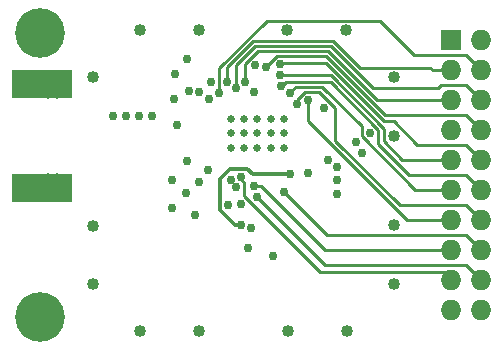
<source format=gbl>
G04 #@! TF.GenerationSoftware,KiCad,Pcbnew,(2017-01-24 revision 0b6147e)-makepkg*
G04 #@! TF.CreationDate,2018-02-06T10:22:29-08:00*
G04 #@! TF.ProjectId,sx1238RfModule,73783132333852664D6F64756C652E6B,rev?*
G04 #@! TF.FileFunction,Copper,L4,Bot,Signal*
G04 #@! TF.FilePolarity,Positive*
%FSLAX46Y46*%
G04 Gerber Fmt 4.6, Leading zero omitted, Abs format (unit mm)*
G04 Created by KiCad (PCBNEW (2017-01-24 revision 0b6147e)-makepkg) date 02/06/18 10:22:29*
%MOMM*%
%LPD*%
G01*
G04 APERTURE LIST*
%ADD10C,0.100000*%
%ADD11C,0.635000*%
%ADD12R,5.080000X2.415000*%
%ADD13C,4.200000*%
%ADD14O,1.727200X1.727200*%
%ADD15R,1.727200X1.727200*%
%ADD16C,0.762000*%
%ADD17C,1.016000*%
%ADD18C,0.304800*%
%ADD19C,0.254000*%
G04 APERTURE END LIST*
D10*
D11*
X112260000Y-94101000D03*
X111130000Y-94101000D03*
X110000000Y-94101000D03*
X108870000Y-94101000D03*
X112260000Y-92885000D03*
X111130000Y-92885000D03*
X110000000Y-92885000D03*
X108870000Y-92885000D03*
X107740000Y-92885000D03*
X107740000Y-94101000D03*
X112260000Y-95317000D03*
X111130000Y-95317000D03*
X110000000Y-95317000D03*
X108870000Y-95317000D03*
X107740000Y-95317000D03*
D12*
X91760000Y-89967500D03*
X91760000Y-98732500D03*
D11*
X92310000Y-89967500D03*
X93060000Y-89967500D03*
X92310000Y-89100000D03*
X93060000Y-89100000D03*
X93060000Y-90850000D03*
X92260000Y-90850000D03*
X93060000Y-99600000D03*
X92310000Y-97850000D03*
X93060000Y-97850000D03*
X93060000Y-98717500D03*
X92310000Y-98717500D03*
X92260000Y-99600000D03*
X90480000Y-86690000D03*
X92680000Y-86690000D03*
X92680000Y-84490000D03*
X90380000Y-84490000D03*
X89980000Y-85590000D03*
X91580000Y-87290000D03*
X93180000Y-85590000D03*
X91580000Y-83990000D03*
D13*
X91580000Y-85590000D03*
D11*
X90480000Y-110750000D03*
X92680000Y-110750000D03*
X92680000Y-108550000D03*
X90380000Y-108550000D03*
X89980000Y-109650000D03*
X91580000Y-111350000D03*
X93180000Y-109650000D03*
X91580000Y-108050000D03*
D13*
X91580000Y-109650000D03*
D14*
X128920000Y-109050000D03*
X126380000Y-109050000D03*
X128920000Y-106510000D03*
X126380000Y-106510000D03*
X128920000Y-103970000D03*
X126380000Y-103970000D03*
X128920000Y-101430000D03*
X126380000Y-101430000D03*
X128920000Y-98890000D03*
X126380000Y-98890000D03*
X128920000Y-96350000D03*
X126380000Y-96350000D03*
X128920000Y-93810000D03*
X126380000Y-93810000D03*
X128920000Y-91270000D03*
X126380000Y-91270000D03*
X128920000Y-88730000D03*
X126380000Y-88730000D03*
X128920000Y-86190000D03*
D15*
X126380000Y-86190000D03*
D16*
X108650000Y-100130000D03*
X107530000Y-100140000D03*
X118350000Y-94830000D03*
X115640000Y-92000000D03*
X109460000Y-102160000D03*
X109760000Y-88360000D03*
X104040000Y-87790000D03*
X103010000Y-89060000D03*
X102960000Y-91180000D03*
D17*
X96070000Y-101920000D03*
X96060000Y-106890000D03*
X100070000Y-110860000D03*
X105090000Y-110860000D03*
X112600000Y-110860000D03*
X117570000Y-110860000D03*
X117530000Y-85360000D03*
X112530000Y-85360000D03*
X96070000Y-89380000D03*
X105040000Y-85360000D03*
X100080000Y-85360000D03*
X121570000Y-106860000D03*
X121570000Y-101870000D03*
X121570000Y-94340000D03*
X121570000Y-89380000D03*
D16*
X97800000Y-92650000D03*
X98900000Y-92650000D03*
X100000000Y-92650000D03*
X101110000Y-92650000D03*
X103230000Y-93400000D03*
X116760000Y-99240000D03*
X116770000Y-98100000D03*
X116770000Y-96940000D03*
X115990000Y-96390000D03*
X118850000Y-95800000D03*
X119570000Y-94080000D03*
X111360000Y-104530000D03*
X109200000Y-103840000D03*
X102800000Y-98100000D03*
X104070000Y-96420000D03*
X102800000Y-100450000D03*
X104690000Y-101000000D03*
X106060000Y-89780000D03*
X114250000Y-97440000D03*
X109680000Y-90580000D03*
X105930000Y-91210000D03*
X104180000Y-90490000D03*
X105090000Y-90650000D03*
X103990000Y-99190000D03*
X105020000Y-98210000D03*
X107750000Y-98030000D03*
X105800000Y-97210000D03*
X108160000Y-98630000D03*
X108580000Y-101900000D03*
X112730000Y-97550000D03*
X106740000Y-90660000D03*
X107430000Y-89790000D03*
X108190000Y-90300000D03*
X108940000Y-89760000D03*
X110720000Y-88470000D03*
X111920000Y-88210000D03*
X111890000Y-89190000D03*
X111970000Y-90110000D03*
X112760000Y-90680000D03*
X113390000Y-91600000D03*
X114280000Y-91300000D03*
X112240000Y-99070000D03*
X109930000Y-99490000D03*
X109710000Y-98600000D03*
X108650000Y-97810000D03*
D18*
X112730000Y-97550000D02*
X109590000Y-97550000D01*
X109590000Y-97550000D02*
X109140000Y-97100000D01*
X109140000Y-97100000D02*
X107700000Y-97100000D01*
X107700000Y-97100000D02*
X106820000Y-97980000D01*
X106820000Y-97980000D02*
X106820000Y-100600000D01*
X106820000Y-100600000D02*
X108120000Y-101900000D01*
X108120000Y-101900000D02*
X108580000Y-101900000D01*
X108810000Y-101900000D02*
X108580000Y-101900000D01*
D19*
X106740000Y-90660000D02*
X106740000Y-88600000D01*
X106740000Y-88600000D02*
X110780000Y-84560000D01*
X110780000Y-84560000D02*
X120380000Y-84560000D01*
X120380000Y-84560000D02*
X123290000Y-87470000D01*
X123290000Y-87470000D02*
X127660000Y-87470000D01*
X127660000Y-87470000D02*
X128920000Y-88730000D01*
X107430000Y-89790000D02*
X107430000Y-88490000D01*
X107430000Y-88490000D02*
X109630000Y-86290000D01*
X109630000Y-86290000D02*
X116370000Y-86290000D01*
X116370000Y-86290000D02*
X118670000Y-88590000D01*
X118670000Y-88590000D02*
X124660000Y-88590000D01*
X124660000Y-88590000D02*
X124800000Y-88730000D01*
X124800000Y-88730000D02*
X126380000Y-88730000D01*
X108190000Y-90300000D02*
X108190000Y-88340000D01*
X108190000Y-88340000D02*
X109820000Y-86710000D01*
X109820000Y-86710000D02*
X116190000Y-86710000D01*
X116190000Y-86710000D02*
X119760000Y-90280000D01*
X119760000Y-90280000D02*
X125280000Y-90280000D01*
X125280000Y-90280000D02*
X125560000Y-90000000D01*
X125560000Y-90000000D02*
X127650000Y-90000000D01*
X127650000Y-90000000D02*
X128920000Y-91270000D01*
X108940000Y-89760000D02*
X108940000Y-88220000D01*
X108940000Y-88220000D02*
X110030000Y-87130000D01*
X110030000Y-87130000D02*
X116000000Y-87130000D01*
X116000000Y-87130000D02*
X120140000Y-91270000D01*
X120140000Y-91270000D02*
X126380000Y-91270000D01*
X110720000Y-88470000D02*
X111650000Y-87540000D01*
X111650000Y-87540000D02*
X115790000Y-87540000D01*
X115790000Y-87540000D02*
X120790000Y-92540000D01*
X120790000Y-92540000D02*
X127650000Y-92540000D01*
X127650000Y-92540000D02*
X128920000Y-93810000D01*
X123550000Y-95070000D02*
X127640000Y-95070000D01*
X127640000Y-95070000D02*
X128920000Y-96350000D01*
X121570000Y-93090000D02*
X123550000Y-95070000D01*
X120710000Y-93090000D02*
X121570000Y-93090000D01*
X115810000Y-88190000D02*
X120710000Y-93090000D01*
X111940000Y-88190000D02*
X115810000Y-88190000D01*
X111920000Y-88210000D02*
X111940000Y-88190000D01*
X120730000Y-94800000D02*
X122280000Y-96350000D01*
X122280000Y-96350000D02*
X126380000Y-96350000D01*
X120730000Y-93710000D02*
X120730000Y-94800000D01*
X116230000Y-89210000D02*
X120730000Y-93710000D01*
X116230000Y-89190000D02*
X116230000Y-89210000D01*
X111890000Y-89190000D02*
X116230000Y-89190000D01*
X111970000Y-90110000D02*
X112100000Y-90110000D01*
X112100000Y-90110000D02*
X112460000Y-89750000D01*
X112460000Y-89750000D02*
X116190000Y-89750000D01*
X116190000Y-89750000D02*
X120250000Y-93810000D01*
X120250000Y-93810000D02*
X120250000Y-95050000D01*
X120250000Y-95050000D02*
X122820000Y-97620000D01*
X122820000Y-97620000D02*
X127650000Y-97620000D01*
X127650000Y-97620000D02*
X128920000Y-98890000D01*
X112760000Y-90680000D02*
X112760000Y-90650000D01*
X112760000Y-90650000D02*
X113250000Y-90160000D01*
X113250000Y-90160000D02*
X115490000Y-90160000D01*
X115490000Y-90160000D02*
X118840000Y-93510000D01*
X118840000Y-93510000D02*
X118840000Y-94350000D01*
X118840000Y-94350000D02*
X123380000Y-98890000D01*
X123380000Y-98890000D02*
X126380000Y-98890000D01*
X113390000Y-91600000D02*
X113390000Y-91250000D01*
X113390000Y-91250000D02*
X114020000Y-90620000D01*
X114020000Y-90620000D02*
X115240000Y-90620000D01*
X115240000Y-90620000D02*
X116590000Y-91970000D01*
X116590000Y-91970000D02*
X116590000Y-94720000D01*
X116590000Y-94720000D02*
X122040000Y-100170000D01*
X122040000Y-100170000D02*
X127660000Y-100170000D01*
X127660000Y-100170000D02*
X128920000Y-101430000D01*
X114280000Y-91300000D02*
X114280000Y-93070000D01*
X114280000Y-93070000D02*
X122640000Y-101430000D01*
X122640000Y-101430000D02*
X126380000Y-101430000D01*
X112240000Y-99070000D02*
X115860000Y-102690000D01*
X115860000Y-102690000D02*
X127640000Y-102690000D01*
X127640000Y-102690000D02*
X128920000Y-103970000D01*
X109930000Y-99490000D02*
X109940000Y-99490000D01*
X109940000Y-99490000D02*
X115690000Y-105240000D01*
X115690000Y-105240000D02*
X127650000Y-105240000D01*
X127650000Y-105240000D02*
X128920000Y-106510000D01*
X109710000Y-98600000D02*
X110340000Y-98600000D01*
X110340000Y-98600000D02*
X115710000Y-103970000D01*
X115710000Y-103970000D02*
X119845250Y-103970000D01*
X119845250Y-103970000D02*
X126380000Y-103970000D01*
X108650000Y-97810000D02*
X108650000Y-98040000D01*
X108650000Y-98040000D02*
X108870000Y-98260000D01*
X108870000Y-98260000D02*
X108870000Y-99410000D01*
X108870000Y-99410000D02*
X115290000Y-105830000D01*
X115290000Y-105830000D02*
X125700000Y-105830000D01*
X125700000Y-105830000D02*
X126380000Y-106510000D01*
M02*

</source>
